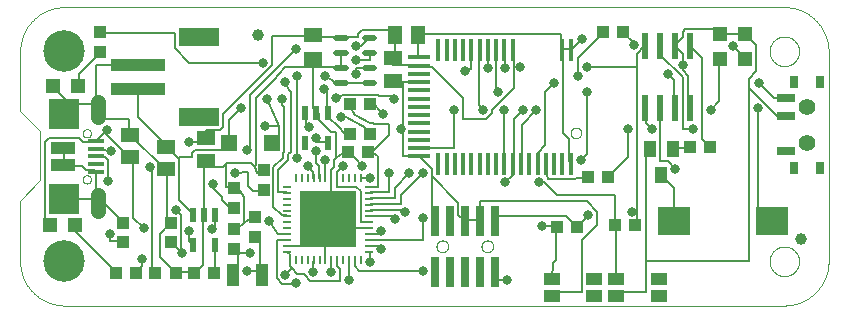
<source format=gtl>
G75*
%MOIN*%
%OFA0B0*%
%FSLAX25Y25*%
%IPPOS*%
%LPD*%
%AMOC8*
5,1,8,0,0,1.08239X$1,22.5*
%
%ADD10C,0.00000*%
%ADD11R,0.05906X0.04882*%
%ADD12R,0.03937X0.04331*%
%ADD13R,0.04724X0.04724*%
%ADD14R,0.04331X0.03937*%
%ADD15C,0.03937*%
%ADD16R,0.03937X0.03937*%
%ADD17C,0.13843*%
%ADD18R,0.09843X0.09843*%
%ADD19C,0.05150*%
%ADD20R,0.05315X0.01575*%
%ADD21R,0.07874X0.03937*%
%ADD22R,0.02165X0.04724*%
%ADD23R,0.05512X0.05512*%
%ADD24R,0.18110X0.03937*%
%ADD25R,0.13386X0.06299*%
%ADD26R,0.02953X0.00984*%
%ADD27R,0.00984X0.02953*%
%ADD28R,0.18504X0.18504*%
%ADD29R,0.04331X0.07480*%
%ADD30R,0.04882X0.05906*%
%ADD31R,0.01772X0.07283*%
%ADD32R,0.07283X0.01772*%
%ADD33C,0.02165*%
%ADD34R,0.06299X0.05118*%
%ADD35R,0.03937X0.05512*%
%ADD36R,0.10669X0.09488*%
%ADD37R,0.02992X0.10236*%
%ADD38R,0.02362X0.08661*%
%ADD39R,0.05512X0.04134*%
%ADD40R,0.05906X0.02756*%
%ADD41R,0.03150X0.03937*%
%ADD42C,0.05543*%
%ADD43C,0.00800*%
%ADD44C,0.03150*%
%ADD45C,0.00600*%
D10*
X0059095Y0057209D02*
X0299095Y0057209D01*
X0299451Y0057213D01*
X0299806Y0057226D01*
X0300162Y0057248D01*
X0300516Y0057278D01*
X0300870Y0057316D01*
X0301222Y0057364D01*
X0301574Y0057419D01*
X0301924Y0057483D01*
X0302272Y0057556D01*
X0302619Y0057637D01*
X0302963Y0057726D01*
X0303305Y0057824D01*
X0303645Y0057930D01*
X0303982Y0058044D01*
X0304316Y0058166D01*
X0304647Y0058296D01*
X0304975Y0058434D01*
X0305300Y0058580D01*
X0305621Y0058734D01*
X0305938Y0058896D01*
X0306251Y0059065D01*
X0306559Y0059241D01*
X0306864Y0059425D01*
X0307164Y0059617D01*
X0307459Y0059815D01*
X0307750Y0060021D01*
X0308035Y0060234D01*
X0308315Y0060453D01*
X0308590Y0060679D01*
X0308859Y0060912D01*
X0309122Y0061151D01*
X0309380Y0061397D01*
X0309631Y0061648D01*
X0309877Y0061906D01*
X0310116Y0062169D01*
X0310349Y0062438D01*
X0310575Y0062713D01*
X0310794Y0062993D01*
X0311007Y0063278D01*
X0311213Y0063569D01*
X0311411Y0063864D01*
X0311603Y0064164D01*
X0311787Y0064469D01*
X0311963Y0064777D01*
X0312132Y0065090D01*
X0312294Y0065407D01*
X0312448Y0065728D01*
X0312594Y0066053D01*
X0312732Y0066381D01*
X0312862Y0066712D01*
X0312984Y0067046D01*
X0313098Y0067383D01*
X0313204Y0067723D01*
X0313302Y0068065D01*
X0313391Y0068409D01*
X0313472Y0068756D01*
X0313545Y0069104D01*
X0313609Y0069454D01*
X0313664Y0069806D01*
X0313712Y0070158D01*
X0313750Y0070512D01*
X0313780Y0070866D01*
X0313802Y0071222D01*
X0313815Y0071577D01*
X0313819Y0071933D01*
X0313820Y0071933D02*
X0313820Y0141933D01*
X0313819Y0141933D02*
X0313815Y0142289D01*
X0313802Y0142644D01*
X0313780Y0143000D01*
X0313750Y0143354D01*
X0313712Y0143708D01*
X0313664Y0144060D01*
X0313609Y0144412D01*
X0313545Y0144762D01*
X0313472Y0145110D01*
X0313391Y0145457D01*
X0313302Y0145801D01*
X0313204Y0146143D01*
X0313098Y0146483D01*
X0312984Y0146820D01*
X0312862Y0147154D01*
X0312732Y0147485D01*
X0312594Y0147813D01*
X0312448Y0148138D01*
X0312294Y0148459D01*
X0312132Y0148776D01*
X0311963Y0149089D01*
X0311787Y0149397D01*
X0311603Y0149702D01*
X0311411Y0150002D01*
X0311213Y0150297D01*
X0311007Y0150588D01*
X0310794Y0150873D01*
X0310575Y0151153D01*
X0310349Y0151428D01*
X0310116Y0151697D01*
X0309877Y0151960D01*
X0309631Y0152218D01*
X0309380Y0152469D01*
X0309122Y0152715D01*
X0308859Y0152954D01*
X0308590Y0153187D01*
X0308315Y0153413D01*
X0308035Y0153632D01*
X0307750Y0153845D01*
X0307459Y0154051D01*
X0307164Y0154249D01*
X0306864Y0154441D01*
X0306559Y0154625D01*
X0306251Y0154801D01*
X0305938Y0154970D01*
X0305621Y0155132D01*
X0305300Y0155286D01*
X0304975Y0155432D01*
X0304647Y0155570D01*
X0304316Y0155700D01*
X0303982Y0155822D01*
X0303645Y0155936D01*
X0303305Y0156042D01*
X0302963Y0156140D01*
X0302619Y0156229D01*
X0302272Y0156310D01*
X0301924Y0156383D01*
X0301574Y0156447D01*
X0301222Y0156502D01*
X0300870Y0156550D01*
X0300516Y0156588D01*
X0300162Y0156618D01*
X0299806Y0156640D01*
X0299451Y0156653D01*
X0299095Y0156657D01*
X0059095Y0156657D01*
X0058739Y0156653D01*
X0058384Y0156640D01*
X0058028Y0156618D01*
X0057674Y0156588D01*
X0057320Y0156550D01*
X0056968Y0156502D01*
X0056616Y0156447D01*
X0056266Y0156383D01*
X0055918Y0156310D01*
X0055571Y0156229D01*
X0055227Y0156140D01*
X0054885Y0156042D01*
X0054545Y0155936D01*
X0054208Y0155822D01*
X0053874Y0155700D01*
X0053543Y0155570D01*
X0053215Y0155432D01*
X0052890Y0155286D01*
X0052569Y0155132D01*
X0052252Y0154970D01*
X0051939Y0154801D01*
X0051631Y0154625D01*
X0051326Y0154441D01*
X0051026Y0154249D01*
X0050731Y0154051D01*
X0050440Y0153845D01*
X0050155Y0153632D01*
X0049875Y0153413D01*
X0049600Y0153187D01*
X0049331Y0152954D01*
X0049068Y0152715D01*
X0048810Y0152469D01*
X0048559Y0152218D01*
X0048313Y0151960D01*
X0048074Y0151697D01*
X0047841Y0151428D01*
X0047615Y0151153D01*
X0047396Y0150873D01*
X0047183Y0150588D01*
X0046977Y0150297D01*
X0046779Y0150002D01*
X0046587Y0149702D01*
X0046403Y0149397D01*
X0046227Y0149089D01*
X0046058Y0148776D01*
X0045896Y0148459D01*
X0045742Y0148138D01*
X0045596Y0147813D01*
X0045458Y0147485D01*
X0045328Y0147154D01*
X0045206Y0146820D01*
X0045092Y0146483D01*
X0044986Y0146143D01*
X0044888Y0145801D01*
X0044799Y0145457D01*
X0044718Y0145110D01*
X0044645Y0144762D01*
X0044581Y0144412D01*
X0044526Y0144060D01*
X0044478Y0143708D01*
X0044440Y0143354D01*
X0044410Y0143000D01*
X0044388Y0142644D01*
X0044375Y0142289D01*
X0044371Y0141933D01*
X0044371Y0122157D01*
X0051095Y0115433D01*
X0051095Y0098933D01*
X0044371Y0092209D01*
X0044371Y0071933D01*
X0044375Y0071577D01*
X0044388Y0071222D01*
X0044410Y0070866D01*
X0044440Y0070512D01*
X0044478Y0070158D01*
X0044526Y0069806D01*
X0044581Y0069454D01*
X0044645Y0069104D01*
X0044718Y0068756D01*
X0044799Y0068409D01*
X0044888Y0068065D01*
X0044986Y0067723D01*
X0045092Y0067383D01*
X0045206Y0067046D01*
X0045328Y0066712D01*
X0045458Y0066381D01*
X0045596Y0066053D01*
X0045742Y0065728D01*
X0045896Y0065407D01*
X0046058Y0065090D01*
X0046227Y0064777D01*
X0046403Y0064469D01*
X0046587Y0064164D01*
X0046779Y0063864D01*
X0046977Y0063569D01*
X0047183Y0063278D01*
X0047396Y0062993D01*
X0047615Y0062713D01*
X0047841Y0062438D01*
X0048074Y0062169D01*
X0048313Y0061906D01*
X0048559Y0061648D01*
X0048810Y0061397D01*
X0049068Y0061151D01*
X0049331Y0060912D01*
X0049600Y0060679D01*
X0049875Y0060453D01*
X0050155Y0060234D01*
X0050440Y0060021D01*
X0050731Y0059815D01*
X0051026Y0059617D01*
X0051326Y0059425D01*
X0051631Y0059241D01*
X0051939Y0059065D01*
X0052252Y0058896D01*
X0052569Y0058734D01*
X0052890Y0058580D01*
X0053215Y0058434D01*
X0053543Y0058296D01*
X0053874Y0058166D01*
X0054208Y0058044D01*
X0054545Y0057930D01*
X0054885Y0057824D01*
X0055227Y0057726D01*
X0055571Y0057637D01*
X0055918Y0057556D01*
X0056266Y0057483D01*
X0056616Y0057419D01*
X0056968Y0057364D01*
X0057320Y0057316D01*
X0057674Y0057278D01*
X0058028Y0057248D01*
X0058384Y0057226D01*
X0058739Y0057213D01*
X0059095Y0057209D01*
X0057934Y0090988D02*
X0060296Y0090988D01*
X0060373Y0091000D01*
X0060449Y0091015D01*
X0060525Y0091034D01*
X0060599Y0091057D01*
X0060673Y0091083D01*
X0060744Y0091113D01*
X0060815Y0091147D01*
X0060883Y0091183D01*
X0060950Y0091224D01*
X0061015Y0091267D01*
X0061077Y0091313D01*
X0061138Y0091363D01*
X0061195Y0091415D01*
X0061250Y0091471D01*
X0061302Y0091528D01*
X0061352Y0091589D01*
X0061398Y0091651D01*
X0061441Y0091716D01*
X0061481Y0091783D01*
X0061518Y0091852D01*
X0061551Y0091922D01*
X0061581Y0091994D01*
X0061607Y0092068D01*
X0061629Y0092142D01*
X0061648Y0092218D01*
X0061663Y0092294D01*
X0061674Y0092371D01*
X0061682Y0092449D01*
X0061686Y0092527D01*
X0061685Y0092605D01*
X0061682Y0092682D01*
X0061674Y0092760D01*
X0061682Y0092838D01*
X0061685Y0092915D01*
X0061686Y0092993D01*
X0061682Y0093071D01*
X0061674Y0093149D01*
X0061663Y0093226D01*
X0061648Y0093302D01*
X0061629Y0093378D01*
X0061607Y0093452D01*
X0061581Y0093526D01*
X0061551Y0093598D01*
X0061518Y0093668D01*
X0061481Y0093737D01*
X0061441Y0093804D01*
X0061398Y0093869D01*
X0061352Y0093931D01*
X0061302Y0093992D01*
X0061250Y0094049D01*
X0061195Y0094105D01*
X0061138Y0094157D01*
X0061077Y0094207D01*
X0061015Y0094253D01*
X0060950Y0094296D01*
X0060883Y0094337D01*
X0060815Y0094373D01*
X0060744Y0094407D01*
X0060673Y0094437D01*
X0060599Y0094463D01*
X0060525Y0094486D01*
X0060449Y0094505D01*
X0060373Y0094520D01*
X0060296Y0094532D01*
X0060296Y0094531D02*
X0057934Y0094531D01*
X0057934Y0094532D02*
X0057857Y0094520D01*
X0057781Y0094505D01*
X0057705Y0094486D01*
X0057631Y0094463D01*
X0057557Y0094437D01*
X0057486Y0094407D01*
X0057415Y0094373D01*
X0057347Y0094337D01*
X0057280Y0094296D01*
X0057215Y0094253D01*
X0057153Y0094207D01*
X0057092Y0094157D01*
X0057035Y0094105D01*
X0056980Y0094049D01*
X0056928Y0093992D01*
X0056878Y0093931D01*
X0056832Y0093869D01*
X0056789Y0093804D01*
X0056749Y0093737D01*
X0056712Y0093668D01*
X0056679Y0093598D01*
X0056649Y0093526D01*
X0056623Y0093452D01*
X0056601Y0093378D01*
X0056582Y0093302D01*
X0056567Y0093226D01*
X0056556Y0093149D01*
X0056548Y0093071D01*
X0056544Y0092993D01*
X0056545Y0092915D01*
X0056548Y0092838D01*
X0056556Y0092760D01*
X0056548Y0092682D01*
X0056545Y0092605D01*
X0056544Y0092527D01*
X0056548Y0092449D01*
X0056556Y0092371D01*
X0056567Y0092294D01*
X0056582Y0092218D01*
X0056601Y0092142D01*
X0056623Y0092068D01*
X0056649Y0091994D01*
X0056679Y0091922D01*
X0056712Y0091852D01*
X0056749Y0091783D01*
X0056789Y0091716D01*
X0056832Y0091651D01*
X0056878Y0091589D01*
X0056928Y0091528D01*
X0056980Y0091471D01*
X0057035Y0091415D01*
X0057092Y0091363D01*
X0057153Y0091313D01*
X0057215Y0091267D01*
X0057280Y0091224D01*
X0057347Y0091183D01*
X0057415Y0091147D01*
X0057486Y0091113D01*
X0057557Y0091083D01*
X0057631Y0091057D01*
X0057705Y0091034D01*
X0057781Y0091015D01*
X0057857Y0091000D01*
X0057934Y0090988D01*
X0065217Y0099256D02*
X0065219Y0099330D01*
X0065225Y0099404D01*
X0065235Y0099477D01*
X0065249Y0099550D01*
X0065266Y0099622D01*
X0065288Y0099692D01*
X0065313Y0099762D01*
X0065342Y0099830D01*
X0065375Y0099896D01*
X0065411Y0099961D01*
X0065451Y0100023D01*
X0065493Y0100084D01*
X0065539Y0100142D01*
X0065588Y0100197D01*
X0065640Y0100250D01*
X0065695Y0100300D01*
X0065752Y0100346D01*
X0065812Y0100390D01*
X0065874Y0100430D01*
X0065938Y0100467D01*
X0066004Y0100501D01*
X0066072Y0100531D01*
X0066141Y0100557D01*
X0066212Y0100580D01*
X0066283Y0100598D01*
X0066356Y0100613D01*
X0066429Y0100624D01*
X0066503Y0100631D01*
X0066577Y0100634D01*
X0066650Y0100633D01*
X0066724Y0100628D01*
X0066798Y0100619D01*
X0066871Y0100606D01*
X0066943Y0100589D01*
X0067014Y0100569D01*
X0067084Y0100544D01*
X0067152Y0100516D01*
X0067219Y0100485D01*
X0067284Y0100449D01*
X0067347Y0100411D01*
X0067408Y0100369D01*
X0067467Y0100323D01*
X0067523Y0100275D01*
X0067576Y0100224D01*
X0067626Y0100170D01*
X0067674Y0100113D01*
X0067718Y0100054D01*
X0067760Y0099992D01*
X0067798Y0099929D01*
X0067832Y0099863D01*
X0067863Y0099796D01*
X0067890Y0099727D01*
X0067913Y0099657D01*
X0067933Y0099586D01*
X0067949Y0099513D01*
X0067961Y0099440D01*
X0067969Y0099367D01*
X0067973Y0099293D01*
X0067973Y0099219D01*
X0067969Y0099145D01*
X0067961Y0099072D01*
X0067949Y0098999D01*
X0067933Y0098926D01*
X0067913Y0098855D01*
X0067890Y0098785D01*
X0067863Y0098716D01*
X0067832Y0098649D01*
X0067798Y0098583D01*
X0067760Y0098520D01*
X0067718Y0098458D01*
X0067674Y0098399D01*
X0067626Y0098342D01*
X0067576Y0098288D01*
X0067523Y0098237D01*
X0067467Y0098189D01*
X0067408Y0098143D01*
X0067347Y0098101D01*
X0067284Y0098063D01*
X0067219Y0098027D01*
X0067152Y0097996D01*
X0067084Y0097968D01*
X0067014Y0097943D01*
X0066943Y0097923D01*
X0066871Y0097906D01*
X0066798Y0097893D01*
X0066724Y0097884D01*
X0066650Y0097879D01*
X0066577Y0097878D01*
X0066503Y0097881D01*
X0066429Y0097888D01*
X0066356Y0097899D01*
X0066283Y0097914D01*
X0066212Y0097932D01*
X0066141Y0097955D01*
X0066072Y0097981D01*
X0066004Y0098011D01*
X0065938Y0098045D01*
X0065874Y0098082D01*
X0065812Y0098122D01*
X0065752Y0098166D01*
X0065695Y0098212D01*
X0065640Y0098262D01*
X0065588Y0098315D01*
X0065539Y0098370D01*
X0065493Y0098428D01*
X0065451Y0098489D01*
X0065411Y0098551D01*
X0065375Y0098616D01*
X0065342Y0098682D01*
X0065313Y0098750D01*
X0065288Y0098820D01*
X0065266Y0098890D01*
X0065249Y0098962D01*
X0065235Y0099035D01*
X0065225Y0099108D01*
X0065219Y0099182D01*
X0065217Y0099256D01*
X0065217Y0114610D02*
X0065219Y0114684D01*
X0065225Y0114758D01*
X0065235Y0114831D01*
X0065249Y0114904D01*
X0065266Y0114976D01*
X0065288Y0115046D01*
X0065313Y0115116D01*
X0065342Y0115184D01*
X0065375Y0115250D01*
X0065411Y0115315D01*
X0065451Y0115377D01*
X0065493Y0115438D01*
X0065539Y0115496D01*
X0065588Y0115551D01*
X0065640Y0115604D01*
X0065695Y0115654D01*
X0065752Y0115700D01*
X0065812Y0115744D01*
X0065874Y0115784D01*
X0065938Y0115821D01*
X0066004Y0115855D01*
X0066072Y0115885D01*
X0066141Y0115911D01*
X0066212Y0115934D01*
X0066283Y0115952D01*
X0066356Y0115967D01*
X0066429Y0115978D01*
X0066503Y0115985D01*
X0066577Y0115988D01*
X0066650Y0115987D01*
X0066724Y0115982D01*
X0066798Y0115973D01*
X0066871Y0115960D01*
X0066943Y0115943D01*
X0067014Y0115923D01*
X0067084Y0115898D01*
X0067152Y0115870D01*
X0067219Y0115839D01*
X0067284Y0115803D01*
X0067347Y0115765D01*
X0067408Y0115723D01*
X0067467Y0115677D01*
X0067523Y0115629D01*
X0067576Y0115578D01*
X0067626Y0115524D01*
X0067674Y0115467D01*
X0067718Y0115408D01*
X0067760Y0115346D01*
X0067798Y0115283D01*
X0067832Y0115217D01*
X0067863Y0115150D01*
X0067890Y0115081D01*
X0067913Y0115011D01*
X0067933Y0114940D01*
X0067949Y0114867D01*
X0067961Y0114794D01*
X0067969Y0114721D01*
X0067973Y0114647D01*
X0067973Y0114573D01*
X0067969Y0114499D01*
X0067961Y0114426D01*
X0067949Y0114353D01*
X0067933Y0114280D01*
X0067913Y0114209D01*
X0067890Y0114139D01*
X0067863Y0114070D01*
X0067832Y0114003D01*
X0067798Y0113937D01*
X0067760Y0113874D01*
X0067718Y0113812D01*
X0067674Y0113753D01*
X0067626Y0113696D01*
X0067576Y0113642D01*
X0067523Y0113591D01*
X0067467Y0113543D01*
X0067408Y0113497D01*
X0067347Y0113455D01*
X0067284Y0113417D01*
X0067219Y0113381D01*
X0067152Y0113350D01*
X0067084Y0113322D01*
X0067014Y0113297D01*
X0066943Y0113277D01*
X0066871Y0113260D01*
X0066798Y0113247D01*
X0066724Y0113238D01*
X0066650Y0113233D01*
X0066577Y0113232D01*
X0066503Y0113235D01*
X0066429Y0113242D01*
X0066356Y0113253D01*
X0066283Y0113268D01*
X0066212Y0113286D01*
X0066141Y0113309D01*
X0066072Y0113335D01*
X0066004Y0113365D01*
X0065938Y0113399D01*
X0065874Y0113436D01*
X0065812Y0113476D01*
X0065752Y0113520D01*
X0065695Y0113566D01*
X0065640Y0113616D01*
X0065588Y0113669D01*
X0065539Y0113724D01*
X0065493Y0113782D01*
X0065451Y0113843D01*
X0065411Y0113905D01*
X0065375Y0113970D01*
X0065342Y0114036D01*
X0065313Y0114104D01*
X0065288Y0114174D01*
X0065266Y0114244D01*
X0065249Y0114316D01*
X0065235Y0114389D01*
X0065225Y0114462D01*
X0065219Y0114536D01*
X0065217Y0114610D01*
X0060296Y0119335D02*
X0058131Y0119335D01*
X0058130Y0119334D02*
X0058056Y0119331D01*
X0057981Y0119332D01*
X0057906Y0119336D01*
X0057831Y0119345D01*
X0057757Y0119357D01*
X0057684Y0119373D01*
X0057611Y0119392D01*
X0057540Y0119415D01*
X0057470Y0119442D01*
X0057401Y0119472D01*
X0057334Y0119506D01*
X0057269Y0119543D01*
X0057206Y0119583D01*
X0057145Y0119626D01*
X0057086Y0119673D01*
X0057030Y0119722D01*
X0056976Y0119774D01*
X0056925Y0119829D01*
X0056876Y0119887D01*
X0056831Y0119946D01*
X0056789Y0120008D01*
X0056750Y0120072D01*
X0056714Y0120138D01*
X0056681Y0120206D01*
X0056652Y0120275D01*
X0056627Y0120346D01*
X0056605Y0120417D01*
X0056587Y0120490D01*
X0056573Y0120564D01*
X0056562Y0120638D01*
X0056555Y0120713D01*
X0056556Y0120713D02*
X0056556Y0121500D01*
X0056555Y0121500D02*
X0056562Y0121575D01*
X0056573Y0121649D01*
X0056587Y0121723D01*
X0056605Y0121796D01*
X0056627Y0121867D01*
X0056652Y0121938D01*
X0056681Y0122007D01*
X0056714Y0122075D01*
X0056750Y0122141D01*
X0056789Y0122205D01*
X0056831Y0122267D01*
X0056876Y0122326D01*
X0056925Y0122384D01*
X0056976Y0122439D01*
X0057030Y0122491D01*
X0057086Y0122540D01*
X0057145Y0122587D01*
X0057206Y0122630D01*
X0057269Y0122670D01*
X0057334Y0122707D01*
X0057401Y0122741D01*
X0057470Y0122771D01*
X0057540Y0122798D01*
X0057611Y0122821D01*
X0057684Y0122840D01*
X0057757Y0122856D01*
X0057831Y0122868D01*
X0057906Y0122877D01*
X0057981Y0122881D01*
X0058056Y0122882D01*
X0058130Y0122879D01*
X0058131Y0122878D02*
X0060296Y0122878D01*
X0060368Y0122876D01*
X0060440Y0122870D01*
X0060512Y0122861D01*
X0060583Y0122848D01*
X0060653Y0122831D01*
X0060722Y0122811D01*
X0060790Y0122786D01*
X0060856Y0122759D01*
X0060922Y0122728D01*
X0060985Y0122693D01*
X0061047Y0122656D01*
X0061106Y0122615D01*
X0061163Y0122571D01*
X0061218Y0122524D01*
X0061270Y0122474D01*
X0061320Y0122422D01*
X0061367Y0122367D01*
X0061411Y0122310D01*
X0061452Y0122251D01*
X0061489Y0122189D01*
X0061524Y0122126D01*
X0061555Y0122060D01*
X0061582Y0121994D01*
X0061607Y0121926D01*
X0061627Y0121857D01*
X0061644Y0121787D01*
X0061657Y0121716D01*
X0061666Y0121644D01*
X0061672Y0121572D01*
X0061674Y0121500D01*
X0061674Y0120713D01*
X0061672Y0120641D01*
X0061666Y0120569D01*
X0061657Y0120497D01*
X0061644Y0120426D01*
X0061627Y0120356D01*
X0061607Y0120287D01*
X0061582Y0120219D01*
X0061555Y0120153D01*
X0061524Y0120087D01*
X0061489Y0120024D01*
X0061452Y0119962D01*
X0061411Y0119903D01*
X0061367Y0119846D01*
X0061320Y0119791D01*
X0061270Y0119739D01*
X0061218Y0119689D01*
X0061163Y0119642D01*
X0061106Y0119598D01*
X0061047Y0119557D01*
X0060985Y0119520D01*
X0060922Y0119485D01*
X0060856Y0119454D01*
X0060790Y0119427D01*
X0060722Y0119402D01*
X0060653Y0119382D01*
X0060583Y0119365D01*
X0060512Y0119352D01*
X0060440Y0119343D01*
X0060368Y0119337D01*
X0060296Y0119335D01*
X0183126Y0076933D02*
X0183128Y0077021D01*
X0183134Y0077109D01*
X0183144Y0077197D01*
X0183158Y0077285D01*
X0183175Y0077371D01*
X0183197Y0077457D01*
X0183222Y0077541D01*
X0183252Y0077625D01*
X0183284Y0077707D01*
X0183321Y0077787D01*
X0183361Y0077866D01*
X0183405Y0077943D01*
X0183452Y0078018D01*
X0183502Y0078090D01*
X0183556Y0078161D01*
X0183612Y0078228D01*
X0183672Y0078294D01*
X0183734Y0078356D01*
X0183800Y0078416D01*
X0183867Y0078472D01*
X0183938Y0078526D01*
X0184010Y0078576D01*
X0184085Y0078623D01*
X0184162Y0078667D01*
X0184241Y0078707D01*
X0184321Y0078744D01*
X0184403Y0078776D01*
X0184487Y0078806D01*
X0184571Y0078831D01*
X0184657Y0078853D01*
X0184743Y0078870D01*
X0184831Y0078884D01*
X0184919Y0078894D01*
X0185007Y0078900D01*
X0185095Y0078902D01*
X0185183Y0078900D01*
X0185271Y0078894D01*
X0185359Y0078884D01*
X0185447Y0078870D01*
X0185533Y0078853D01*
X0185619Y0078831D01*
X0185703Y0078806D01*
X0185787Y0078776D01*
X0185869Y0078744D01*
X0185949Y0078707D01*
X0186028Y0078667D01*
X0186105Y0078623D01*
X0186180Y0078576D01*
X0186252Y0078526D01*
X0186323Y0078472D01*
X0186390Y0078416D01*
X0186456Y0078356D01*
X0186518Y0078294D01*
X0186578Y0078228D01*
X0186634Y0078161D01*
X0186688Y0078090D01*
X0186738Y0078018D01*
X0186785Y0077943D01*
X0186829Y0077866D01*
X0186869Y0077787D01*
X0186906Y0077707D01*
X0186938Y0077625D01*
X0186968Y0077541D01*
X0186993Y0077457D01*
X0187015Y0077371D01*
X0187032Y0077285D01*
X0187046Y0077197D01*
X0187056Y0077109D01*
X0187062Y0077021D01*
X0187064Y0076933D01*
X0187062Y0076845D01*
X0187056Y0076757D01*
X0187046Y0076669D01*
X0187032Y0076581D01*
X0187015Y0076495D01*
X0186993Y0076409D01*
X0186968Y0076325D01*
X0186938Y0076241D01*
X0186906Y0076159D01*
X0186869Y0076079D01*
X0186829Y0076000D01*
X0186785Y0075923D01*
X0186738Y0075848D01*
X0186688Y0075776D01*
X0186634Y0075705D01*
X0186578Y0075638D01*
X0186518Y0075572D01*
X0186456Y0075510D01*
X0186390Y0075450D01*
X0186323Y0075394D01*
X0186252Y0075340D01*
X0186180Y0075290D01*
X0186105Y0075243D01*
X0186028Y0075199D01*
X0185949Y0075159D01*
X0185869Y0075122D01*
X0185787Y0075090D01*
X0185703Y0075060D01*
X0185619Y0075035D01*
X0185533Y0075013D01*
X0185447Y0074996D01*
X0185359Y0074982D01*
X0185271Y0074972D01*
X0185183Y0074966D01*
X0185095Y0074964D01*
X0185007Y0074966D01*
X0184919Y0074972D01*
X0184831Y0074982D01*
X0184743Y0074996D01*
X0184657Y0075013D01*
X0184571Y0075035D01*
X0184487Y0075060D01*
X0184403Y0075090D01*
X0184321Y0075122D01*
X0184241Y0075159D01*
X0184162Y0075199D01*
X0184085Y0075243D01*
X0184010Y0075290D01*
X0183938Y0075340D01*
X0183867Y0075394D01*
X0183800Y0075450D01*
X0183734Y0075510D01*
X0183672Y0075572D01*
X0183612Y0075638D01*
X0183556Y0075705D01*
X0183502Y0075776D01*
X0183452Y0075848D01*
X0183405Y0075923D01*
X0183361Y0076000D01*
X0183321Y0076079D01*
X0183284Y0076159D01*
X0183252Y0076241D01*
X0183222Y0076325D01*
X0183197Y0076409D01*
X0183175Y0076495D01*
X0183158Y0076581D01*
X0183144Y0076669D01*
X0183134Y0076757D01*
X0183128Y0076845D01*
X0183126Y0076933D01*
X0198126Y0076933D02*
X0198128Y0077021D01*
X0198134Y0077109D01*
X0198144Y0077197D01*
X0198158Y0077285D01*
X0198175Y0077371D01*
X0198197Y0077457D01*
X0198222Y0077541D01*
X0198252Y0077625D01*
X0198284Y0077707D01*
X0198321Y0077787D01*
X0198361Y0077866D01*
X0198405Y0077943D01*
X0198452Y0078018D01*
X0198502Y0078090D01*
X0198556Y0078161D01*
X0198612Y0078228D01*
X0198672Y0078294D01*
X0198734Y0078356D01*
X0198800Y0078416D01*
X0198867Y0078472D01*
X0198938Y0078526D01*
X0199010Y0078576D01*
X0199085Y0078623D01*
X0199162Y0078667D01*
X0199241Y0078707D01*
X0199321Y0078744D01*
X0199403Y0078776D01*
X0199487Y0078806D01*
X0199571Y0078831D01*
X0199657Y0078853D01*
X0199743Y0078870D01*
X0199831Y0078884D01*
X0199919Y0078894D01*
X0200007Y0078900D01*
X0200095Y0078902D01*
X0200183Y0078900D01*
X0200271Y0078894D01*
X0200359Y0078884D01*
X0200447Y0078870D01*
X0200533Y0078853D01*
X0200619Y0078831D01*
X0200703Y0078806D01*
X0200787Y0078776D01*
X0200869Y0078744D01*
X0200949Y0078707D01*
X0201028Y0078667D01*
X0201105Y0078623D01*
X0201180Y0078576D01*
X0201252Y0078526D01*
X0201323Y0078472D01*
X0201390Y0078416D01*
X0201456Y0078356D01*
X0201518Y0078294D01*
X0201578Y0078228D01*
X0201634Y0078161D01*
X0201688Y0078090D01*
X0201738Y0078018D01*
X0201785Y0077943D01*
X0201829Y0077866D01*
X0201869Y0077787D01*
X0201906Y0077707D01*
X0201938Y0077625D01*
X0201968Y0077541D01*
X0201993Y0077457D01*
X0202015Y0077371D01*
X0202032Y0077285D01*
X0202046Y0077197D01*
X0202056Y0077109D01*
X0202062Y0077021D01*
X0202064Y0076933D01*
X0202062Y0076845D01*
X0202056Y0076757D01*
X0202046Y0076669D01*
X0202032Y0076581D01*
X0202015Y0076495D01*
X0201993Y0076409D01*
X0201968Y0076325D01*
X0201938Y0076241D01*
X0201906Y0076159D01*
X0201869Y0076079D01*
X0201829Y0076000D01*
X0201785Y0075923D01*
X0201738Y0075848D01*
X0201688Y0075776D01*
X0201634Y0075705D01*
X0201578Y0075638D01*
X0201518Y0075572D01*
X0201456Y0075510D01*
X0201390Y0075450D01*
X0201323Y0075394D01*
X0201252Y0075340D01*
X0201180Y0075290D01*
X0201105Y0075243D01*
X0201028Y0075199D01*
X0200949Y0075159D01*
X0200869Y0075122D01*
X0200787Y0075090D01*
X0200703Y0075060D01*
X0200619Y0075035D01*
X0200533Y0075013D01*
X0200447Y0074996D01*
X0200359Y0074982D01*
X0200271Y0074972D01*
X0200183Y0074966D01*
X0200095Y0074964D01*
X0200007Y0074966D01*
X0199919Y0074972D01*
X0199831Y0074982D01*
X0199743Y0074996D01*
X0199657Y0075013D01*
X0199571Y0075035D01*
X0199487Y0075060D01*
X0199403Y0075090D01*
X0199321Y0075122D01*
X0199241Y0075159D01*
X0199162Y0075199D01*
X0199085Y0075243D01*
X0199010Y0075290D01*
X0198938Y0075340D01*
X0198867Y0075394D01*
X0198800Y0075450D01*
X0198734Y0075510D01*
X0198672Y0075572D01*
X0198612Y0075638D01*
X0198556Y0075705D01*
X0198502Y0075776D01*
X0198452Y0075848D01*
X0198405Y0075923D01*
X0198361Y0076000D01*
X0198321Y0076079D01*
X0198284Y0076159D01*
X0198252Y0076241D01*
X0198222Y0076325D01*
X0198197Y0076409D01*
X0198175Y0076495D01*
X0198158Y0076581D01*
X0198144Y0076669D01*
X0198134Y0076757D01*
X0198128Y0076845D01*
X0198126Y0076933D01*
X0227843Y0114772D02*
X0227845Y0114856D01*
X0227851Y0114939D01*
X0227861Y0115022D01*
X0227875Y0115105D01*
X0227892Y0115187D01*
X0227914Y0115268D01*
X0227939Y0115347D01*
X0227968Y0115426D01*
X0228001Y0115503D01*
X0228037Y0115578D01*
X0228077Y0115652D01*
X0228120Y0115724D01*
X0228167Y0115793D01*
X0228217Y0115860D01*
X0228270Y0115925D01*
X0228326Y0115987D01*
X0228384Y0116047D01*
X0228446Y0116104D01*
X0228510Y0116157D01*
X0228577Y0116208D01*
X0228646Y0116255D01*
X0228717Y0116300D01*
X0228790Y0116340D01*
X0228865Y0116377D01*
X0228942Y0116411D01*
X0229020Y0116441D01*
X0229099Y0116467D01*
X0229180Y0116490D01*
X0229262Y0116508D01*
X0229344Y0116523D01*
X0229427Y0116534D01*
X0229510Y0116541D01*
X0229594Y0116544D01*
X0229678Y0116543D01*
X0229761Y0116538D01*
X0229845Y0116529D01*
X0229927Y0116516D01*
X0230009Y0116500D01*
X0230090Y0116479D01*
X0230171Y0116455D01*
X0230249Y0116427D01*
X0230327Y0116395D01*
X0230403Y0116359D01*
X0230477Y0116320D01*
X0230549Y0116278D01*
X0230619Y0116232D01*
X0230687Y0116183D01*
X0230752Y0116131D01*
X0230815Y0116076D01*
X0230875Y0116018D01*
X0230933Y0115957D01*
X0230987Y0115893D01*
X0231039Y0115827D01*
X0231087Y0115759D01*
X0231132Y0115688D01*
X0231173Y0115615D01*
X0231212Y0115541D01*
X0231246Y0115465D01*
X0231277Y0115387D01*
X0231304Y0115308D01*
X0231328Y0115227D01*
X0231347Y0115146D01*
X0231363Y0115064D01*
X0231375Y0114981D01*
X0231383Y0114897D01*
X0231387Y0114814D01*
X0231387Y0114730D01*
X0231383Y0114647D01*
X0231375Y0114563D01*
X0231363Y0114480D01*
X0231347Y0114398D01*
X0231328Y0114317D01*
X0231304Y0114236D01*
X0231277Y0114157D01*
X0231246Y0114079D01*
X0231212Y0114003D01*
X0231173Y0113929D01*
X0231132Y0113856D01*
X0231087Y0113785D01*
X0231039Y0113717D01*
X0230987Y0113651D01*
X0230933Y0113587D01*
X0230875Y0113526D01*
X0230815Y0113468D01*
X0230752Y0113413D01*
X0230687Y0113361D01*
X0230619Y0113312D01*
X0230549Y0113266D01*
X0230477Y0113224D01*
X0230403Y0113185D01*
X0230327Y0113149D01*
X0230249Y0113117D01*
X0230171Y0113089D01*
X0230090Y0113065D01*
X0230009Y0113044D01*
X0229927Y0113028D01*
X0229845Y0113015D01*
X0229761Y0113006D01*
X0229678Y0113001D01*
X0229594Y0113000D01*
X0229510Y0113003D01*
X0229427Y0113010D01*
X0229344Y0113021D01*
X0229262Y0113036D01*
X0229180Y0113054D01*
X0229099Y0113077D01*
X0229020Y0113103D01*
X0228942Y0113133D01*
X0228865Y0113167D01*
X0228790Y0113204D01*
X0228717Y0113244D01*
X0228646Y0113289D01*
X0228577Y0113336D01*
X0228510Y0113387D01*
X0228446Y0113440D01*
X0228384Y0113497D01*
X0228326Y0113557D01*
X0228270Y0113619D01*
X0228217Y0113684D01*
X0228167Y0113751D01*
X0228120Y0113820D01*
X0228077Y0113892D01*
X0228037Y0113966D01*
X0228001Y0114041D01*
X0227968Y0114118D01*
X0227939Y0114197D01*
X0227914Y0114276D01*
X0227892Y0114357D01*
X0227875Y0114439D01*
X0227861Y0114522D01*
X0227851Y0114605D01*
X0227845Y0114688D01*
X0227843Y0114772D01*
X0294174Y0141933D02*
X0294176Y0142073D01*
X0294182Y0142213D01*
X0294192Y0142352D01*
X0294206Y0142491D01*
X0294224Y0142630D01*
X0294245Y0142768D01*
X0294271Y0142906D01*
X0294301Y0143043D01*
X0294334Y0143178D01*
X0294372Y0143313D01*
X0294413Y0143447D01*
X0294458Y0143580D01*
X0294506Y0143711D01*
X0294559Y0143840D01*
X0294615Y0143969D01*
X0294674Y0144095D01*
X0294738Y0144220D01*
X0294804Y0144343D01*
X0294875Y0144464D01*
X0294948Y0144583D01*
X0295025Y0144700D01*
X0295106Y0144814D01*
X0295189Y0144926D01*
X0295276Y0145036D01*
X0295366Y0145144D01*
X0295458Y0145248D01*
X0295554Y0145350D01*
X0295653Y0145450D01*
X0295754Y0145546D01*
X0295858Y0145640D01*
X0295965Y0145730D01*
X0296074Y0145817D01*
X0296186Y0145902D01*
X0296300Y0145983D01*
X0296416Y0146061D01*
X0296534Y0146135D01*
X0296655Y0146206D01*
X0296777Y0146274D01*
X0296902Y0146338D01*
X0297028Y0146399D01*
X0297155Y0146456D01*
X0297285Y0146509D01*
X0297416Y0146559D01*
X0297548Y0146604D01*
X0297681Y0146647D01*
X0297816Y0146685D01*
X0297951Y0146719D01*
X0298088Y0146750D01*
X0298225Y0146777D01*
X0298363Y0146799D01*
X0298502Y0146818D01*
X0298641Y0146833D01*
X0298780Y0146844D01*
X0298920Y0146851D01*
X0299060Y0146854D01*
X0299200Y0146853D01*
X0299340Y0146848D01*
X0299479Y0146839D01*
X0299619Y0146826D01*
X0299758Y0146809D01*
X0299896Y0146788D01*
X0300034Y0146764D01*
X0300171Y0146735D01*
X0300307Y0146703D01*
X0300442Y0146666D01*
X0300576Y0146626D01*
X0300709Y0146582D01*
X0300840Y0146534D01*
X0300970Y0146483D01*
X0301099Y0146428D01*
X0301226Y0146369D01*
X0301351Y0146306D01*
X0301474Y0146241D01*
X0301596Y0146171D01*
X0301715Y0146098D01*
X0301833Y0146022D01*
X0301948Y0145943D01*
X0302061Y0145860D01*
X0302171Y0145774D01*
X0302279Y0145685D01*
X0302384Y0145593D01*
X0302487Y0145498D01*
X0302587Y0145400D01*
X0302684Y0145300D01*
X0302778Y0145196D01*
X0302870Y0145090D01*
X0302958Y0144982D01*
X0303043Y0144871D01*
X0303125Y0144757D01*
X0303204Y0144641D01*
X0303279Y0144524D01*
X0303351Y0144404D01*
X0303419Y0144282D01*
X0303484Y0144158D01*
X0303546Y0144032D01*
X0303604Y0143905D01*
X0303658Y0143776D01*
X0303709Y0143645D01*
X0303755Y0143513D01*
X0303798Y0143380D01*
X0303838Y0143246D01*
X0303873Y0143111D01*
X0303905Y0142974D01*
X0303932Y0142837D01*
X0303956Y0142699D01*
X0303976Y0142561D01*
X0303992Y0142422D01*
X0304004Y0142282D01*
X0304012Y0142143D01*
X0304016Y0142003D01*
X0304016Y0141863D01*
X0304012Y0141723D01*
X0304004Y0141584D01*
X0303992Y0141444D01*
X0303976Y0141305D01*
X0303956Y0141167D01*
X0303932Y0141029D01*
X0303905Y0140892D01*
X0303873Y0140755D01*
X0303838Y0140620D01*
X0303798Y0140486D01*
X0303755Y0140353D01*
X0303709Y0140221D01*
X0303658Y0140090D01*
X0303604Y0139961D01*
X0303546Y0139834D01*
X0303484Y0139708D01*
X0303419Y0139584D01*
X0303351Y0139462D01*
X0303279Y0139342D01*
X0303204Y0139225D01*
X0303125Y0139109D01*
X0303043Y0138995D01*
X0302958Y0138884D01*
X0302870Y0138776D01*
X0302778Y0138670D01*
X0302684Y0138566D01*
X0302587Y0138466D01*
X0302487Y0138368D01*
X0302384Y0138273D01*
X0302279Y0138181D01*
X0302171Y0138092D01*
X0302061Y0138006D01*
X0301948Y0137923D01*
X0301833Y0137844D01*
X0301715Y0137768D01*
X0301596Y0137695D01*
X0301474Y0137625D01*
X0301351Y0137560D01*
X0301226Y0137497D01*
X0301099Y0137438D01*
X0300970Y0137383D01*
X0300840Y0137332D01*
X0300709Y0137284D01*
X0300576Y0137240D01*
X0300442Y0137200D01*
X0300307Y0137163D01*
X0300171Y0137131D01*
X0300034Y0137102D01*
X0299896Y0137078D01*
X0299758Y0137057D01*
X0299619Y0137040D01*
X0299479Y0137027D01*
X0299340Y0137018D01*
X0299200Y0137013D01*
X0299060Y0137012D01*
X0298920Y0137015D01*
X0298780Y0137022D01*
X0298641Y0137033D01*
X0298502Y0137048D01*
X0298363Y0137067D01*
X0298225Y0137089D01*
X0298088Y0137116D01*
X0297951Y0137147D01*
X0297816Y0137181D01*
X0297681Y0137219D01*
X0297548Y0137262D01*
X0297416Y0137307D01*
X0297285Y0137357D01*
X0297155Y0137410D01*
X0297028Y0137467D01*
X0296902Y0137528D01*
X0296777Y0137592D01*
X0296655Y0137660D01*
X0296534Y0137731D01*
X0296416Y0137805D01*
X0296300Y0137883D01*
X0296186Y0137964D01*
X0296074Y0138049D01*
X0295965Y0138136D01*
X0295858Y0138226D01*
X0295754Y0138320D01*
X0295653Y0138416D01*
X0295554Y0138516D01*
X0295458Y0138618D01*
X0295366Y0138722D01*
X0295276Y0138830D01*
X0295189Y0138940D01*
X0295106Y0139052D01*
X0295025Y0139166D01*
X0294948Y0139283D01*
X0294875Y0139402D01*
X0294804Y0139523D01*
X0294738Y0139646D01*
X0294674Y0139771D01*
X0294615Y0139897D01*
X0294559Y0140026D01*
X0294506Y0140155D01*
X0294458Y0140286D01*
X0294413Y0140419D01*
X0294372Y0140553D01*
X0294334Y0140688D01*
X0294301Y0140823D01*
X0294271Y0140960D01*
X0294245Y0141098D01*
X0294224Y0141236D01*
X0294206Y0141375D01*
X0294192Y0141514D01*
X0294182Y0141653D01*
X0294176Y0141793D01*
X0294174Y0141933D01*
X0294174Y0071933D02*
X0294176Y0072073D01*
X0294182Y0072213D01*
X0294192Y0072352D01*
X0294206Y0072491D01*
X0294224Y0072630D01*
X0294245Y0072768D01*
X0294271Y0072906D01*
X0294301Y0073043D01*
X0294334Y0073178D01*
X0294372Y0073313D01*
X0294413Y0073447D01*
X0294458Y0073580D01*
X0294506Y0073711D01*
X0294559Y0073840D01*
X0294615Y0073969D01*
X0294674Y0074095D01*
X0294738Y0074220D01*
X0294804Y0074343D01*
X0294875Y0074464D01*
X0294948Y0074583D01*
X0295025Y0074700D01*
X0295106Y0074814D01*
X0295189Y0074926D01*
X0295276Y0075036D01*
X0295366Y0075144D01*
X0295458Y0075248D01*
X0295554Y0075350D01*
X0295653Y0075450D01*
X0295754Y0075546D01*
X0295858Y0075640D01*
X0295965Y0075730D01*
X0296074Y0075817D01*
X0296186Y0075902D01*
X0296300Y0075983D01*
X0296416Y0076061D01*
X0296534Y0076135D01*
X0296655Y0076206D01*
X0296777Y0076274D01*
X0296902Y0076338D01*
X0297028Y0076399D01*
X0297155Y0076456D01*
X0297285Y0076509D01*
X0297416Y0076559D01*
X0297548Y0076604D01*
X0297681Y0076647D01*
X0297816Y0076685D01*
X0297951Y0076719D01*
X0298088Y0076750D01*
X0298225Y0076777D01*
X0298363Y0076799D01*
X0298502Y0076818D01*
X0298641Y0076833D01*
X0298780Y0076844D01*
X0298920Y0076851D01*
X0299060Y0076854D01*
X0299200Y0076853D01*
X0299340Y0076848D01*
X0299479Y0076839D01*
X0299619Y0076826D01*
X0299758Y0076809D01*
X0299896Y0076788D01*
X0300034Y0076764D01*
X0300171Y0076735D01*
X0300307Y0076703D01*
X0300442Y0076666D01*
X0300576Y0076626D01*
X0300709Y0076582D01*
X0300840Y0076534D01*
X0300970Y0076483D01*
X0301099Y0076428D01*
X0301226Y0076369D01*
X0301351Y0076306D01*
X0301474Y0076241D01*
X0301596Y0076171D01*
X0301715Y0076098D01*
X0301833Y0076022D01*
X0301948Y0075943D01*
X0302061Y0075860D01*
X0302171Y0075774D01*
X0302279Y0075685D01*
X0302384Y0075593D01*
X0302487Y0075498D01*
X0302587Y0075400D01*
X0302684Y0075300D01*
X0302778Y0075196D01*
X0302870Y0075090D01*
X0302958Y0074982D01*
X0303043Y0074871D01*
X0303125Y0074757D01*
X0303204Y0074641D01*
X0303279Y0074524D01*
X0303351Y0074404D01*
X0303419Y0074282D01*
X0303484Y0074158D01*
X0303546Y0074032D01*
X0303604Y0073905D01*
X0303658Y0073776D01*
X0303709Y0073645D01*
X0303755Y0073513D01*
X0303798Y0073380D01*
X0303838Y0073246D01*
X0303873Y0073111D01*
X0303905Y0072974D01*
X0303932Y0072837D01*
X0303956Y0072699D01*
X0303976Y0072561D01*
X0303992Y0072422D01*
X0304004Y0072282D01*
X0304012Y0072143D01*
X0304016Y0072003D01*
X0304016Y0071863D01*
X0304012Y0071723D01*
X0304004Y0071584D01*
X0303992Y0071444D01*
X0303976Y0071305D01*
X0303956Y0071167D01*
X0303932Y0071029D01*
X0303905Y0070892D01*
X0303873Y0070755D01*
X0303838Y0070620D01*
X0303798Y0070486D01*
X0303755Y0070353D01*
X0303709Y0070221D01*
X0303658Y0070090D01*
X0303604Y0069961D01*
X0303546Y0069834D01*
X0303484Y0069708D01*
X0303419Y0069584D01*
X0303351Y0069462D01*
X0303279Y0069342D01*
X0303204Y0069225D01*
X0303125Y0069109D01*
X0303043Y0068995D01*
X0302958Y0068884D01*
X0302870Y0068776D01*
X0302778Y0068670D01*
X0302684Y0068566D01*
X0302587Y0068466D01*
X0302487Y0068368D01*
X0302384Y0068273D01*
X0302279Y0068181D01*
X0302171Y0068092D01*
X0302061Y0068006D01*
X0301948Y0067923D01*
X0301833Y0067844D01*
X0301715Y0067768D01*
X0301596Y0067695D01*
X0301474Y0067625D01*
X0301351Y0067560D01*
X0301226Y0067497D01*
X0301099Y0067438D01*
X0300970Y0067383D01*
X0300840Y0067332D01*
X0300709Y0067284D01*
X0300576Y0067240D01*
X0300442Y0067200D01*
X0300307Y0067163D01*
X0300171Y0067131D01*
X0300034Y0067102D01*
X0299896Y0067078D01*
X0299758Y0067057D01*
X0299619Y0067040D01*
X0299479Y0067027D01*
X0299340Y0067018D01*
X0299200Y0067013D01*
X0299060Y0067012D01*
X0298920Y0067015D01*
X0298780Y0067022D01*
X0298641Y0067033D01*
X0298502Y0067048D01*
X0298363Y0067067D01*
X0298225Y0067089D01*
X0298088Y0067116D01*
X0297951Y0067147D01*
X0297816Y0067181D01*
X0297681Y0067219D01*
X0297548Y0067262D01*
X0297416Y0067307D01*
X0297285Y0067357D01*
X0297155Y0067410D01*
X0297028Y0067467D01*
X0296902Y0067528D01*
X0296777Y0067592D01*
X0296655Y0067660D01*
X0296534Y0067731D01*
X0296416Y0067805D01*
X0296300Y0067883D01*
X0296186Y0067964D01*
X0296074Y0068049D01*
X0295965Y0068136D01*
X0295858Y0068226D01*
X0295754Y0068320D01*
X0295653Y0068416D01*
X0295554Y0068516D01*
X0295458Y0068618D01*
X0295366Y0068722D01*
X0295276Y0068830D01*
X0295189Y0068940D01*
X0295106Y0069052D01*
X0295025Y0069166D01*
X0294948Y0069283D01*
X0294875Y0069402D01*
X0294804Y0069523D01*
X0294738Y0069646D01*
X0294674Y0069771D01*
X0294615Y0069897D01*
X0294559Y0070026D01*
X0294506Y0070155D01*
X0294458Y0070286D01*
X0294413Y0070419D01*
X0294372Y0070553D01*
X0294334Y0070688D01*
X0294301Y0070823D01*
X0294271Y0070960D01*
X0294245Y0071098D01*
X0294224Y0071236D01*
X0294206Y0071375D01*
X0294192Y0071514D01*
X0294182Y0071653D01*
X0294176Y0071793D01*
X0294174Y0071933D01*
D11*
X0168595Y0132193D03*
X0168595Y0139673D03*
X0106154Y0112937D03*
X0093095Y0110173D03*
X0106154Y0105457D03*
X0093095Y0102693D03*
X0080938Y0106713D03*
X0080938Y0114193D03*
D12*
X0115662Y0096480D03*
X0125595Y0095587D03*
X0115662Y0089787D03*
X0122595Y0086780D03*
X0115595Y0082780D03*
X0122595Y0080087D03*
X0115595Y0076087D03*
X0125595Y0102280D03*
X0071095Y0141587D03*
X0071095Y0148280D03*
D13*
X0063642Y0130276D03*
X0055375Y0130276D03*
X0054461Y0083933D03*
X0062729Y0083933D03*
X0277595Y0139299D03*
X0286095Y0139299D03*
X0286095Y0147567D03*
X0277595Y0147567D03*
D14*
X0245442Y0148433D03*
X0238749Y0148433D03*
X0267749Y0109933D03*
X0274442Y0109933D03*
X0240442Y0099933D03*
X0233749Y0099933D03*
X0229942Y0083433D03*
X0223249Y0083433D03*
X0242749Y0083933D03*
X0249442Y0083933D03*
X0160442Y0108433D03*
X0153749Y0108433D03*
X0154249Y0114433D03*
X0160942Y0114433D03*
X0160942Y0124433D03*
X0154249Y0124433D03*
X0108942Y0067933D03*
X0102249Y0067933D03*
X0096142Y0068038D03*
X0089449Y0068038D03*
X0082942Y0067933D03*
X0076249Y0067933D03*
D15*
X0123595Y0147433D03*
X0304781Y0079461D03*
D16*
X0094469Y0078283D03*
X0094469Y0084583D03*
X0078721Y0084583D03*
X0078721Y0078283D03*
D17*
X0059095Y0071933D03*
X0059095Y0141933D03*
D18*
X0059115Y0121106D03*
X0059115Y0092760D03*
D19*
X0070138Y0093941D02*
X0070138Y0088791D01*
X0070138Y0119925D02*
X0070138Y0125075D01*
D20*
X0069646Y0112051D03*
X0069646Y0109492D03*
X0069646Y0106933D03*
X0069646Y0104374D03*
X0069646Y0101815D03*
D21*
X0058721Y0103980D03*
X0058721Y0109886D03*
D22*
X0101855Y0087552D03*
X0105595Y0087552D03*
X0109335Y0087552D03*
X0109335Y0077315D03*
X0101855Y0077315D03*
X0139355Y0111315D03*
X0146835Y0111315D03*
X0146835Y0121552D03*
X0143095Y0121552D03*
X0139355Y0121552D03*
D23*
X0128379Y0111433D03*
X0113812Y0111433D03*
D24*
X0083528Y0129496D03*
X0083528Y0137370D03*
D25*
X0104001Y0146819D03*
X0104001Y0120047D03*
D26*
X0133414Y0096760D03*
X0133414Y0094791D03*
X0133414Y0092823D03*
X0133414Y0090854D03*
X0133414Y0088886D03*
X0133414Y0086917D03*
X0133414Y0084949D03*
X0133414Y0082980D03*
X0133414Y0081012D03*
X0133414Y0079043D03*
X0133414Y0077075D03*
X0133414Y0075106D03*
X0160776Y0075106D03*
X0160776Y0077075D03*
X0160776Y0079043D03*
X0160776Y0081012D03*
X0160776Y0082980D03*
X0160776Y0084949D03*
X0160776Y0086917D03*
X0160776Y0088886D03*
X0160776Y0090854D03*
X0160776Y0092823D03*
X0160776Y0094791D03*
X0160776Y0096760D03*
D27*
X0157922Y0099614D03*
X0155953Y0099614D03*
X0153985Y0099614D03*
X0152016Y0099614D03*
X0150048Y0099614D03*
X0148079Y0099614D03*
X0146111Y0099614D03*
X0144142Y0099614D03*
X0142174Y0099614D03*
X0140205Y0099614D03*
X0138237Y0099614D03*
X0136268Y0099614D03*
X0136268Y0072252D03*
X0138237Y0072252D03*
X0140205Y0072252D03*
X0142174Y0072252D03*
X0144142Y0072252D03*
X0146111Y0072252D03*
X0148079Y0072252D03*
X0150048Y0072252D03*
X0152016Y0072252D03*
X0153985Y0072252D03*
X0155953Y0072252D03*
X0157922Y0072252D03*
D28*
X0147095Y0085933D03*
D29*
X0124820Y0067433D03*
X0115371Y0067433D03*
D30*
X0169355Y0147433D03*
X0176835Y0147433D03*
D31*
X0183749Y0142429D03*
X0186505Y0142429D03*
X0189260Y0142429D03*
X0192016Y0142429D03*
X0194772Y0142429D03*
X0197528Y0142429D03*
X0200284Y0142429D03*
X0203040Y0142429D03*
X0205796Y0142429D03*
X0208552Y0142429D03*
X0225087Y0142429D03*
X0227843Y0142429D03*
X0227843Y0104437D03*
X0225087Y0104437D03*
X0222331Y0104437D03*
X0219575Y0104437D03*
X0216820Y0104437D03*
X0214064Y0104437D03*
X0211308Y0104437D03*
X0208552Y0104437D03*
X0205796Y0104437D03*
X0203040Y0104437D03*
X0200284Y0104437D03*
X0197528Y0104437D03*
X0194772Y0104437D03*
X0192016Y0104437D03*
X0189260Y0104437D03*
X0186505Y0104437D03*
X0183749Y0104437D03*
D32*
X0177351Y0106898D03*
X0177351Y0109654D03*
X0177351Y0112409D03*
X0177351Y0115165D03*
X0177351Y0117921D03*
X0177351Y0120677D03*
X0177351Y0123433D03*
X0177351Y0126189D03*
X0177351Y0128945D03*
X0177351Y0131701D03*
X0177351Y0134457D03*
X0177351Y0137213D03*
X0177351Y0139969D03*
D33*
X0162395Y0141394D02*
X0159245Y0141394D01*
X0159245Y0141394D01*
X0162395Y0141394D01*
X0162395Y0141394D01*
X0162395Y0146315D02*
X0159245Y0146315D01*
X0159245Y0146315D01*
X0162395Y0146315D01*
X0162395Y0146315D01*
X0152946Y0146315D02*
X0149796Y0146315D01*
X0149796Y0146315D01*
X0152946Y0146315D01*
X0152946Y0146315D01*
X0152946Y0141394D02*
X0149796Y0141394D01*
X0149796Y0141394D01*
X0152946Y0141394D01*
X0152946Y0141394D01*
X0152946Y0136472D02*
X0149796Y0136472D01*
X0149796Y0136472D01*
X0152946Y0136472D01*
X0152946Y0136472D01*
X0152946Y0131551D02*
X0149796Y0131551D01*
X0149796Y0131551D01*
X0152946Y0131551D01*
X0152946Y0131551D01*
X0159245Y0131551D02*
X0162395Y0131551D01*
X0159245Y0131551D02*
X0159245Y0131551D01*
X0162395Y0131551D01*
X0162395Y0131551D01*
X0162395Y0136472D02*
X0159245Y0136472D01*
X0159245Y0136472D01*
X0162395Y0136472D01*
X0162395Y0136472D01*
D34*
X0142095Y0139496D03*
X0142095Y0147370D03*
D35*
X0254355Y0109264D03*
X0261835Y0109264D03*
X0258095Y0100602D03*
D36*
X0262257Y0085433D03*
X0294934Y0085433D03*
D37*
X0202595Y0085398D03*
X0197595Y0085398D03*
X0192595Y0085398D03*
X0187595Y0085398D03*
X0182595Y0085398D03*
X0182595Y0068469D03*
X0187595Y0068469D03*
X0192595Y0068469D03*
X0197595Y0068469D03*
X0202595Y0068469D03*
D38*
X0252595Y0123197D03*
X0257595Y0123197D03*
X0262595Y0123197D03*
X0267595Y0123197D03*
X0267595Y0143669D03*
X0262595Y0143669D03*
X0257595Y0143669D03*
X0252595Y0143669D03*
D39*
X0257268Y0066142D03*
X0257268Y0060433D03*
X0243095Y0060433D03*
X0235768Y0060433D03*
X0235768Y0066142D03*
X0243095Y0066142D03*
X0221595Y0066142D03*
X0221595Y0060433D03*
D40*
X0299705Y0108575D03*
X0299705Y0120386D03*
X0299705Y0126291D03*
D41*
X0302264Y0131803D03*
X0310926Y0131803D03*
X0310926Y0103063D03*
X0302264Y0103063D03*
D42*
X0306595Y0111528D03*
X0306595Y0123339D03*
D43*
X0300642Y0120504D02*
X0300079Y0120004D01*
X0299705Y0120386D02*
X0300642Y0120504D01*
X0299705Y0126291D02*
X0295650Y0126402D01*
X0290729Y0131323D01*
X0287284Y0132799D02*
X0289745Y0135260D01*
X0289745Y0144118D01*
X0286300Y0147563D01*
X0286095Y0147567D01*
X0285808Y0147563D01*
X0277934Y0147563D01*
X0277595Y0147567D01*
X0277442Y0148055D01*
X0277442Y0149531D01*
X0266123Y0149531D01*
X0265138Y0148547D01*
X0265138Y0146579D01*
X0262678Y0144118D01*
X0262595Y0143669D01*
X0262678Y0143626D01*
X0265138Y0141165D01*
X0265138Y0137228D01*
X0265138Y0135752D01*
X0267107Y0133783D01*
X0267107Y0123449D01*
X0267595Y0123197D01*
X0262595Y0123197D02*
X0262186Y0123449D01*
X0262186Y0132307D01*
X0260217Y0134276D01*
X0265138Y0133291D02*
X0257757Y0140673D01*
X0257757Y0143626D01*
X0257595Y0143669D01*
X0252595Y0143669D02*
X0252343Y0143626D01*
X0249883Y0141165D01*
X0249883Y0136736D01*
X0233150Y0136736D01*
X0230198Y0133783D02*
X0230198Y0139689D01*
X0238564Y0148055D01*
X0238749Y0148433D01*
X0245442Y0148433D02*
X0245453Y0148055D01*
X0248898Y0144610D01*
X0248898Y0144118D01*
X0249883Y0136736D02*
X0249883Y0088508D01*
X0248406Y0088508D01*
X0249883Y0088508D02*
X0249883Y0084079D01*
X0249442Y0083933D01*
X0242993Y0083587D02*
X0242749Y0083933D01*
X0242501Y0084079D01*
X0242501Y0093921D01*
X0223308Y0093921D01*
X0218879Y0098350D01*
X0217402Y0098350D01*
X0220355Y0099335D02*
X0220355Y0099827D01*
X0219863Y0100319D01*
X0219863Y0104256D01*
X0219575Y0104437D01*
X0216910Y0104748D02*
X0216820Y0104437D01*
X0216910Y0104748D02*
X0216910Y0108193D01*
X0219371Y0110654D01*
X0219371Y0128370D01*
X0222323Y0131323D01*
X0233150Y0128370D02*
X0233150Y0107701D01*
X0231182Y0105732D01*
X0227843Y0104437D02*
X0227737Y0104748D01*
X0227245Y0105240D01*
X0227245Y0112622D01*
X0225276Y0114591D01*
X0225276Y0142150D01*
X0225087Y0142429D01*
X0224784Y0142642D01*
X0224784Y0147563D01*
X0177048Y0147563D01*
X0176835Y0147433D01*
X0177048Y0147071D01*
X0177048Y0140181D01*
X0177351Y0139969D01*
X0177351Y0137213D02*
X0177540Y0136736D01*
X0181477Y0136736D01*
X0191812Y0126402D01*
X0191812Y0119512D01*
X0199686Y0119512D01*
X0201654Y0121480D01*
X0201654Y0122465D01*
X0209036Y0129846D01*
X0209036Y0136736D01*
X0211005Y0136736D01*
X0209036Y0136736D02*
X0209036Y0142150D01*
X0208552Y0142429D01*
X0206083Y0142150D02*
X0205796Y0142429D01*
X0206083Y0142150D02*
X0206083Y0136244D01*
X0200178Y0136244D02*
X0200178Y0142150D01*
X0200284Y0142429D01*
X0197528Y0142429D02*
X0197225Y0142150D01*
X0197225Y0123941D01*
X0198701Y0122465D01*
X0205591Y0122465D02*
X0205591Y0104748D01*
X0205796Y0104437D01*
X0208544Y0104256D02*
X0208552Y0104437D01*
X0209036Y0104748D01*
X0209036Y0119512D01*
X0211989Y0122465D01*
X0216418Y0122465D02*
X0211497Y0117543D01*
X0211497Y0104748D01*
X0211308Y0104437D01*
X0208544Y0104256D02*
X0208544Y0100811D01*
X0206083Y0098350D01*
X0197717Y0091953D02*
X0197717Y0085555D01*
X0197595Y0085398D01*
X0197225Y0085555D01*
X0192796Y0085555D01*
X0192595Y0085398D01*
X0192304Y0085555D01*
X0190335Y0087524D01*
X0190335Y0091461D01*
X0181477Y0100319D01*
X0181477Y0086539D01*
X0182461Y0085555D01*
X0182595Y0085398D01*
X0178524Y0086539D02*
X0178524Y0079157D01*
X0160808Y0079157D01*
X0160776Y0079043D01*
X0160808Y0077189D02*
X0160776Y0077075D01*
X0160808Y0077189D02*
X0164745Y0077189D01*
X0164745Y0076205D01*
X0160776Y0075106D02*
X0160808Y0074728D01*
X0160808Y0071776D01*
X0157363Y0068823D02*
X0178524Y0068823D01*
X0164745Y0081126D02*
X0160808Y0081126D01*
X0160776Y0081012D01*
X0160776Y0082980D02*
X0160316Y0083094D01*
X0148012Y0083094D01*
X0147095Y0085933D01*
X0147028Y0083094D01*
X0148012Y0083094D01*
X0148012Y0099335D01*
X0148079Y0099614D01*
X0148012Y0099827D01*
X0148012Y0102287D01*
X0148997Y0103272D01*
X0148997Y0105732D01*
X0149735Y0106470D01*
X0149489Y0106717D01*
X0149489Y0115083D01*
X0148012Y0115083D01*
X0144075Y0119020D01*
X0144075Y0120988D01*
X0143583Y0121480D01*
X0143095Y0121552D01*
X0143091Y0121972D01*
X0142107Y0122957D01*
X0142107Y0136736D01*
X0132757Y0136736D01*
X0130757Y0134307D01*
X0129095Y0132433D01*
X0122914Y0126252D01*
X0122914Y0104287D01*
X0122668Y0103541D01*
X0123406Y0101303D01*
X0123906Y0101319D01*
X0125883Y0102843D01*
X0125595Y0102280D01*
X0122668Y0103541D02*
X0121438Y0104772D01*
X0113434Y0104772D01*
X0113009Y0104772D01*
X0113009Y0096874D01*
X0115662Y0096480D01*
X0117009Y0096382D01*
X0118961Y0093429D01*
X0118961Y0084594D01*
X0117009Y0083094D01*
X0115595Y0082780D01*
X0118961Y0084594D02*
X0122383Y0087094D01*
X0122383Y0087071D01*
X0122595Y0086780D01*
X0127312Y0085508D02*
X0130312Y0081126D01*
X0133249Y0081126D01*
X0133414Y0081012D01*
X0133249Y0079157D02*
X0129804Y0079157D01*
X0129804Y0066362D01*
X0131772Y0064394D01*
X0136201Y0064394D01*
X0136201Y0064886D01*
X0136694Y0067839D02*
X0139154Y0067839D01*
X0139154Y0067346D01*
X0141123Y0065378D01*
X0150965Y0065378D01*
X0150965Y0069315D01*
X0149981Y0070299D01*
X0149981Y0071776D01*
X0150048Y0072252D01*
X0148079Y0072252D02*
X0148012Y0071776D01*
X0148012Y0068331D01*
X0153918Y0065870D02*
X0153918Y0071776D01*
X0153985Y0072252D01*
X0155886Y0071776D02*
X0155953Y0072252D01*
X0155886Y0071776D02*
X0155886Y0070299D01*
X0157363Y0068823D01*
X0146111Y0072252D02*
X0146044Y0072268D01*
X0146044Y0077189D01*
X0147095Y0085933D01*
X0147028Y0085555D01*
X0146044Y0084571D01*
X0146044Y0077189D01*
X0133741Y0077189D01*
X0133414Y0077075D01*
X0133414Y0079043D02*
X0133249Y0079157D01*
X0133414Y0075106D02*
X0133741Y0074728D01*
X0134233Y0074236D01*
X0134233Y0070299D01*
X0134971Y0069561D01*
X0132757Y0067346D01*
X0134971Y0069561D02*
X0136694Y0067839D01*
X0142107Y0068331D02*
X0142107Y0071776D01*
X0142174Y0072252D01*
X0124820Y0067433D02*
X0124390Y0068823D01*
X0124390Y0077189D01*
X0124383Y0078181D01*
X0122595Y0080087D01*
X0117009Y0075713D02*
X0115595Y0076087D01*
X0117009Y0074728D01*
X0117009Y0069315D01*
X0115532Y0067839D01*
X0115371Y0067433D01*
X0119961Y0068823D02*
X0124390Y0068823D01*
X0124390Y0067839D01*
X0124820Y0067433D01*
X0120946Y0074728D02*
X0117009Y0074728D01*
X0117009Y0075713D01*
X0109335Y0077315D02*
X0109135Y0077189D01*
X0109135Y0068331D01*
X0108942Y0067933D01*
X0105198Y0070791D02*
X0105198Y0087524D01*
X0105595Y0087552D01*
X0105690Y0088016D01*
X0105690Y0103272D01*
X0106154Y0105457D01*
X0105690Y0105240D01*
X0105690Y0103272D01*
X0112095Y0103433D01*
X0113434Y0104772D01*
X0115953Y0101319D02*
X0120438Y0101835D01*
X0120438Y0096890D01*
X0121883Y0095445D01*
X0125595Y0095587D01*
X0130296Y0094906D02*
X0130296Y0102232D01*
X0133741Y0105677D01*
X0133741Y0107579D01*
X0134595Y0108433D01*
X0134595Y0128433D01*
X0134095Y0128933D01*
X0132741Y0131854D01*
X0136694Y0133783D02*
X0136694Y0106224D01*
X0140138Y0103764D02*
X0142107Y0101795D01*
X0142107Y0099827D01*
X0142174Y0099614D01*
X0144075Y0099827D02*
X0144142Y0099614D01*
X0144075Y0099827D02*
X0144075Y0103764D01*
X0143091Y0104748D01*
X0143091Y0108685D01*
X0146044Y0105732D02*
X0146044Y0099827D01*
X0146111Y0099614D01*
X0149981Y0099827D02*
X0150048Y0099614D01*
X0149981Y0099335D01*
X0149981Y0096874D01*
X0156379Y0096874D01*
X0157855Y0095398D01*
X0157855Y0085063D01*
X0160316Y0085063D01*
X0160776Y0084949D01*
X0160776Y0086917D02*
X0160808Y0087031D01*
X0169174Y0087031D01*
X0169174Y0086047D01*
X0172619Y0088508D02*
X0172619Y0089000D01*
X0160808Y0089000D01*
X0160776Y0088886D01*
X0160776Y0090854D02*
X0160808Y0090969D01*
X0171142Y0090969D01*
X0171142Y0093921D01*
X0178524Y0101303D01*
X0181477Y0100319D02*
X0181477Y0102780D01*
X0177540Y0106717D01*
X0177351Y0106898D01*
X0177048Y0107209D01*
X0172127Y0107209D01*
X0172127Y0116067D01*
X0171142Y0116067D01*
X0172127Y0116067D02*
X0172127Y0131815D01*
X0168682Y0131815D01*
X0168595Y0132193D01*
X0172127Y0131815D02*
X0177048Y0131815D01*
X0177351Y0131701D01*
X0177351Y0137213D02*
X0177048Y0137228D01*
X0168682Y0137228D01*
X0168682Y0139197D01*
X0168595Y0139673D01*
X0168682Y0139689D01*
X0169174Y0140181D01*
X0169174Y0147071D01*
X0169355Y0147433D01*
X0169174Y0147563D01*
X0169174Y0149039D01*
X0158347Y0149039D01*
X0156871Y0147563D01*
X0156871Y0146579D01*
X0151457Y0146579D01*
X0151371Y0146315D01*
X0150965Y0146579D01*
X0142107Y0146579D01*
X0142107Y0147071D01*
X0142095Y0147370D01*
X0141615Y0147071D01*
X0128327Y0147071D01*
X0128327Y0137228D01*
X0112087Y0120988D01*
X0112087Y0116559D01*
X0111103Y0115575D01*
X0106182Y0115575D01*
X0106182Y0113114D01*
X0106154Y0112937D01*
X0105690Y0112622D01*
X0105690Y0111638D01*
X0100768Y0111638D01*
X0102737Y0109177D02*
X0113564Y0109177D01*
X0113564Y0111146D01*
X0113812Y0111433D01*
X0114056Y0111638D01*
X0114056Y0119020D01*
X0117993Y0122957D01*
X0120946Y0127386D02*
X0136201Y0142642D01*
X0142095Y0139496D02*
X0142107Y0139197D01*
X0142107Y0136736D01*
X0150965Y0136736D01*
X0151371Y0136472D01*
X0151457Y0136736D01*
X0151457Y0141165D01*
X0151371Y0141394D01*
X0156379Y0139197D02*
X0160808Y0139197D01*
X0160808Y0141165D01*
X0160820Y0141394D01*
X0157855Y0143626D02*
X0160808Y0146579D01*
X0160820Y0146315D01*
X0157855Y0143626D02*
X0156379Y0143626D01*
X0156379Y0136244D02*
X0156379Y0134276D01*
X0156379Y0136244D02*
X0160808Y0136244D01*
X0160820Y0136472D01*
X0160820Y0131551D02*
X0160808Y0131323D01*
X0151457Y0131323D01*
X0151371Y0131551D01*
X0150965Y0131323D01*
X0150965Y0130831D01*
X0146044Y0133831D01*
X0145560Y0129402D02*
X0146595Y0128933D01*
X0146536Y0128874D01*
X0146536Y0121972D01*
X0146835Y0121552D01*
X0147028Y0121480D01*
X0147028Y0120004D01*
X0150473Y0116559D01*
X0152379Y0114559D01*
X0154249Y0114433D01*
X0159768Y0114559D02*
X0160942Y0114433D01*
X0159768Y0114559D02*
X0159823Y0115504D01*
X0159595Y0116433D01*
X0153024Y0120004D01*
X0151465Y0120004D01*
X0155886Y0120870D02*
X0161095Y0117933D01*
X0163158Y0117870D01*
X0167205Y0117870D01*
X0167205Y0114098D01*
X0162284Y0109177D01*
X0160442Y0108433D01*
X0160808Y0108661D01*
X0163760Y0107209D01*
X0163760Y0096874D01*
X0160808Y0096874D01*
X0160776Y0096760D01*
X0160808Y0094906D02*
X0160776Y0094791D01*
X0160808Y0094906D02*
X0167205Y0094906D01*
X0167205Y0101303D01*
X0169174Y0096382D02*
X0174095Y0101303D01*
X0169174Y0096382D02*
X0169174Y0092937D01*
X0160808Y0092937D01*
X0160776Y0092823D01*
X0160808Y0099827D02*
X0158347Y0099827D01*
X0157922Y0099614D01*
X0151949Y0103764D02*
X0149981Y0101795D01*
X0149981Y0099827D01*
X0158347Y0103732D02*
X0153918Y0108661D01*
X0153749Y0108433D01*
X0152926Y0108661D01*
X0149735Y0106470D01*
X0146835Y0111315D02*
X0146536Y0111638D01*
X0143091Y0111638D01*
X0143091Y0113114D01*
X0140631Y0116559D02*
X0139646Y0117543D01*
X0139646Y0121480D01*
X0139355Y0121552D01*
X0130788Y0117051D02*
X0125867Y0117051D01*
X0130788Y0117051D02*
X0130788Y0113606D01*
X0128820Y0111638D01*
X0128379Y0111433D01*
X0120946Y0110161D02*
X0120946Y0127386D01*
X0126788Y0125909D02*
X0130788Y0117051D01*
X0120946Y0110161D02*
X0119961Y0109177D01*
X0102737Y0109177D02*
X0101753Y0108193D01*
X0101753Y0106717D01*
X0097323Y0106717D01*
X0097077Y0106470D01*
X0097323Y0106224D01*
X0097323Y0092445D01*
X0101753Y0088016D01*
X0101855Y0087552D01*
X0097816Y0087524D02*
X0096339Y0089000D01*
X0097816Y0087524D02*
X0097816Y0075713D01*
X0098308Y0074728D01*
X0094863Y0078173D01*
X0094469Y0078283D01*
X0090926Y0081126D02*
X0094371Y0084571D01*
X0094469Y0084583D01*
X0094371Y0085063D01*
X0093386Y0086047D01*
X0093386Y0102287D01*
X0093095Y0102693D01*
X0092894Y0102287D01*
X0081083Y0114098D01*
X0080938Y0114193D01*
X0080591Y0114591D01*
X0080591Y0119512D01*
X0070257Y0119512D01*
X0070138Y0119925D01*
X0069764Y0124433D01*
X0069764Y0137228D01*
X0083052Y0137228D01*
X0083528Y0137370D01*
X0095847Y0143134D02*
X0100768Y0138213D01*
X0125375Y0138213D01*
X0152934Y0125417D02*
X0154249Y0124433D01*
X0152934Y0125417D02*
X0155886Y0120870D01*
X0160942Y0124433D02*
X0161323Y0125425D01*
X0165253Y0120925D01*
X0177351Y0109654D02*
X0177540Y0109669D01*
X0188859Y0109669D01*
X0188859Y0122465D01*
X0203131Y0128862D02*
X0203131Y0142150D01*
X0203040Y0142429D01*
X0225087Y0142429D02*
X0225276Y0142642D01*
X0227737Y0142642D01*
X0227843Y0142429D01*
X0228229Y0142642D01*
X0231674Y0146087D01*
X0203623Y0128370D02*
X0203131Y0128862D01*
X0246930Y0116067D02*
X0246930Y0106717D01*
X0240532Y0100319D01*
X0240442Y0099933D01*
X0233749Y0099933D02*
X0233642Y0099827D01*
X0229705Y0099827D01*
X0229213Y0099335D01*
X0220355Y0099335D01*
X0233150Y0091953D02*
X0197717Y0091953D01*
X0202638Y0087031D02*
X0202638Y0085555D01*
X0202595Y0085398D01*
X0202638Y0087031D02*
X0226260Y0087031D01*
X0229705Y0083587D01*
X0229942Y0083433D01*
X0230198Y0083587D01*
X0233642Y0087031D01*
X0233642Y0087524D01*
X0236595Y0088508D02*
X0233150Y0091953D01*
X0236595Y0088508D02*
X0236595Y0084079D01*
X0231674Y0079157D01*
X0231674Y0061870D01*
X0221831Y0061870D01*
X0221595Y0060433D01*
X0221595Y0066142D02*
X0221831Y0071283D01*
X0222816Y0072268D01*
X0222816Y0083094D01*
X0223249Y0083433D01*
X0222816Y0083587D01*
X0218386Y0083587D01*
X0242993Y0083587D02*
X0242993Y0071283D01*
X0243095Y0066142D01*
X0243485Y0061870D02*
X0243095Y0060433D01*
X0243485Y0061870D02*
X0252835Y0061870D01*
X0252835Y0072157D01*
X0287284Y0072157D01*
X0287284Y0129836D01*
X0287284Y0132799D01*
X0286095Y0139299D02*
X0285808Y0139689D01*
X0281871Y0143626D01*
X0277595Y0139299D02*
X0277442Y0139197D01*
X0277442Y0125417D01*
X0274489Y0122465D01*
X0268583Y0116067D02*
X0265138Y0116067D01*
X0265138Y0133291D01*
X0271536Y0139689D02*
X0267599Y0143626D01*
X0267595Y0143669D01*
X0271536Y0139689D02*
X0271536Y0112622D01*
X0273997Y0110161D01*
X0274442Y0109933D01*
X0267749Y0109933D02*
X0267599Y0109669D01*
X0262186Y0109669D01*
X0261835Y0109264D01*
X0260217Y0105240D02*
X0257757Y0105240D01*
X0257757Y0122957D01*
X0257595Y0123197D01*
X0252835Y0122957D02*
X0252595Y0123197D01*
X0252835Y0122957D02*
X0252835Y0118035D01*
X0254804Y0116067D01*
X0254355Y0109264D02*
X0254312Y0109177D01*
X0252835Y0107701D01*
X0252835Y0072157D01*
X0262257Y0085433D02*
X0262186Y0085555D01*
X0262186Y0096382D01*
X0258249Y0100319D01*
X0258095Y0100602D01*
X0262678Y0102780D02*
X0260217Y0105240D01*
X0290237Y0089984D02*
X0290237Y0122957D01*
X0290237Y0089984D02*
X0294666Y0085555D01*
X0294934Y0085433D01*
X0206575Y0065870D02*
X0202638Y0065870D01*
X0202638Y0068331D01*
X0202595Y0068469D01*
X0164745Y0081126D02*
X0164745Y0082110D01*
X0133414Y0094791D02*
X0133249Y0094906D01*
X0130296Y0094906D01*
X0116516Y0089984D02*
X0115662Y0089787D01*
X0116516Y0089984D02*
X0114095Y0089933D01*
X0111595Y0092433D01*
X0111595Y0093433D01*
X0108642Y0096386D01*
X0108642Y0097858D01*
X0109335Y0087552D02*
X0109135Y0087524D01*
X0109135Y0083587D01*
X0108150Y0082602D01*
X0100768Y0082110D02*
X0100768Y0078665D01*
X0101753Y0077681D01*
X0101855Y0077315D01*
X0105198Y0070791D02*
X0102737Y0068331D01*
X0102249Y0067933D01*
X0102245Y0068331D01*
X0096339Y0068331D01*
X0096142Y0068038D01*
X0095847Y0068331D01*
X0090926Y0073252D01*
X0090926Y0081126D01*
X0085512Y0083094D02*
X0082068Y0086539D01*
X0082068Y0105240D01*
X0081083Y0106224D01*
X0080938Y0106713D01*
X0080591Y0106717D01*
X0072717Y0114591D01*
X0073209Y0115575D01*
X0069764Y0112130D01*
X0069646Y0112051D01*
X0069272Y0111638D01*
X0065335Y0111638D01*
X0063859Y0113114D01*
X0054016Y0113114D01*
X0052540Y0111638D01*
X0052540Y0085555D01*
X0054016Y0084079D01*
X0054461Y0083933D01*
X0062729Y0083933D02*
X0062875Y0083587D01*
X0062875Y0081618D01*
X0076162Y0068331D01*
X0076249Y0067933D01*
X0082942Y0067933D02*
X0083052Y0068331D01*
X0085020Y0070299D01*
X0085020Y0072760D01*
X0088465Y0068823D02*
X0088957Y0068331D01*
X0089449Y0068038D01*
X0088465Y0068823D02*
X0088465Y0102287D01*
X0087481Y0103272D01*
X0093386Y0110161D02*
X0097077Y0106470D01*
X0093386Y0110161D02*
X0093095Y0110173D01*
X0092894Y0110654D01*
X0083544Y0120004D01*
X0083544Y0129354D01*
X0083528Y0129496D01*
X0069764Y0124433D02*
X0069764Y0120004D01*
X0070138Y0119925D01*
X0069764Y0124433D02*
X0060906Y0124433D01*
X0060681Y0124658D01*
X0055493Y0129846D01*
X0055375Y0130276D01*
X0063642Y0130276D02*
X0063859Y0130339D01*
X0063859Y0134276D01*
X0070749Y0141165D01*
X0071095Y0141587D01*
X0071241Y0148055D02*
X0071095Y0148280D01*
X0071241Y0148055D02*
X0095847Y0148055D01*
X0095847Y0143134D01*
X0072717Y0109177D02*
X0069764Y0109177D01*
X0069646Y0109492D01*
X0072717Y0109177D02*
X0073209Y0108685D01*
X0074686Y0108685D01*
X0072717Y0106717D02*
X0069764Y0106717D01*
X0069646Y0106933D01*
X0072717Y0106717D02*
X0073701Y0105732D01*
X0073701Y0098843D01*
X0069764Y0101795D02*
X0069764Y0094413D01*
X0070138Y0093941D01*
X0070257Y0093921D01*
X0070257Y0093429D01*
X0078623Y0085063D01*
X0078721Y0084583D01*
X0074194Y0081126D02*
X0074194Y0078665D01*
X0078623Y0078665D01*
X0078721Y0078283D01*
X0069764Y0101795D02*
X0069646Y0101815D01*
X0069272Y0102287D01*
X0066320Y0102287D01*
X0065335Y0103272D01*
X0065335Y0103764D01*
X0058938Y0103764D01*
X0058721Y0103980D01*
X0058938Y0104256D01*
X0058938Y0109669D01*
X0058721Y0109886D01*
D44*
X0073209Y0115575D03*
X0074686Y0108685D03*
X0087481Y0103272D03*
X0073701Y0098843D03*
X0096339Y0089000D03*
X0100768Y0082110D03*
X0108150Y0082602D03*
X0098308Y0074728D03*
X0085020Y0072760D03*
X0074194Y0081126D03*
X0085512Y0083094D03*
X0108642Y0097858D03*
X0115953Y0101319D03*
X0119961Y0109177D03*
X0125867Y0117051D03*
X0117993Y0122957D03*
X0126788Y0125909D03*
X0131595Y0125933D03*
X0132741Y0131854D03*
X0136694Y0133783D03*
X0146044Y0133831D03*
X0145560Y0129402D03*
X0149595Y0126433D03*
X0151465Y0120004D03*
X0143091Y0113114D03*
X0140631Y0116559D03*
X0143091Y0108685D03*
X0146044Y0105732D03*
X0151949Y0103764D03*
X0158347Y0103732D03*
X0167205Y0101303D03*
X0160808Y0099827D03*
X0174095Y0101303D03*
X0178524Y0101303D03*
X0172619Y0088508D03*
X0169174Y0086047D03*
X0164745Y0082110D03*
X0164745Y0076205D03*
X0160808Y0071776D03*
X0153918Y0065870D03*
X0148012Y0068331D03*
X0142107Y0068331D03*
X0136201Y0064886D03*
X0132757Y0067346D03*
X0119961Y0068823D03*
X0120946Y0074728D03*
X0127312Y0085508D03*
X0140138Y0103764D03*
X0136694Y0106224D03*
X0165253Y0120925D03*
X0169095Y0125933D03*
X0156379Y0134276D03*
X0156379Y0139197D03*
X0156379Y0143626D03*
X0136201Y0142642D03*
X0125375Y0138213D03*
X0171142Y0116067D03*
X0188859Y0122465D03*
X0198701Y0122465D03*
X0205591Y0122465D03*
X0211989Y0122465D03*
X0216418Y0122465D03*
X0203623Y0128370D03*
X0206083Y0136244D03*
X0200178Y0136244D03*
X0192595Y0135433D03*
X0211005Y0136736D03*
X0222323Y0131323D03*
X0230198Y0133783D03*
X0233150Y0136736D03*
X0233150Y0128370D03*
X0246930Y0116067D03*
X0254804Y0116067D03*
X0268583Y0116067D03*
X0274489Y0122465D03*
X0290237Y0122957D03*
X0290729Y0131323D03*
X0281871Y0143626D03*
X0265138Y0137228D03*
X0260217Y0134276D03*
X0248898Y0144118D03*
X0231674Y0146087D03*
X0231182Y0105732D03*
X0217402Y0098350D03*
X0206083Y0098350D03*
X0218386Y0083587D03*
X0233642Y0087524D03*
X0248406Y0088508D03*
X0262678Y0102780D03*
X0206575Y0065870D03*
X0178524Y0068823D03*
X0178524Y0086539D03*
X0100768Y0111638D03*
D45*
X0128796Y0103354D02*
X0128796Y0089980D01*
X0131482Y0087294D01*
X0133038Y0087294D01*
X0133414Y0086917D01*
X0128796Y0103354D02*
X0131985Y0106543D01*
X0131985Y0107972D01*
X0132288Y0108275D01*
X0132288Y0123433D01*
X0131595Y0124126D01*
X0131595Y0125933D01*
X0149595Y0126433D02*
X0150559Y0126433D01*
X0151628Y0127502D01*
X0163563Y0127502D01*
X0164131Y0126933D01*
X0167595Y0126933D01*
X0168595Y0125933D01*
X0169095Y0125933D01*
X0192595Y0135433D02*
X0193272Y0136110D01*
X0194772Y0136110D01*
X0194595Y0135933D01*
X0194772Y0136110D02*
X0194772Y0142429D01*
X0287284Y0129836D02*
X0296734Y0120386D01*
X0299705Y0120386D01*
X0069764Y0094413D02*
X0068111Y0092760D01*
X0059115Y0092760D01*
X0059115Y0121106D02*
X0059115Y0123092D01*
X0060681Y0124658D01*
M02*

</source>
